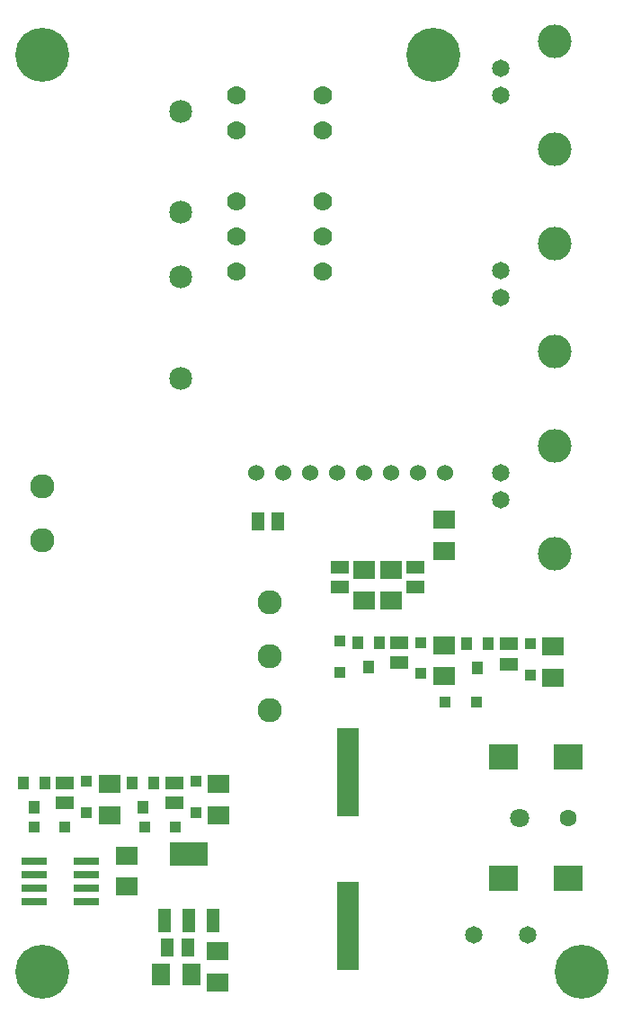
<source format=gbr>
G04 #@! TF.FileFunction,Soldermask,Top*
%FSLAX46Y46*%
G04 Gerber Fmt 4.6, Leading zero omitted, Abs format (unit mm)*
G04 Created by KiCad (PCBNEW (after 2015-mar-04 BZR unknown)-product) date 11/24/2015 7:31:04 AM*
%MOMM*%
G01*
G04 APERTURE LIST*
%ADD10C,0.152400*%
%ADD11C,5.080000*%
%ADD12C,2.159000*%
%ADD13R,1.143000X1.651000*%
%ADD14R,2.032000X1.651000*%
%ADD15R,2.032000X8.382000*%
%ADD16R,1.016000X1.016000*%
%ADD17C,2.286000*%
%ADD18C,3.175000*%
%ADD19C,1.651000*%
%ADD20C,1.803400*%
%ADD21R,2.794000X2.413000*%
%ADD22C,1.600200*%
%ADD23R,1.016000X1.270000*%
%ADD24C,1.778000*%
%ADD25R,1.651000X1.143000*%
%ADD26C,1.524000*%
%ADD27R,1.193800X2.209800*%
%ADD28R,3.606800X2.209800*%
%ADD29R,1.651000X2.032000*%
%ADD30R,2.387600X0.787400*%
G04 APERTURE END LIST*
D10*
D11*
X66040000Y-29210000D03*
X29210000Y-29210000D03*
X80010000Y-115570000D03*
D12*
X42291000Y-50165000D03*
X42291000Y-59690000D03*
D13*
X49530000Y-73152000D03*
X51435000Y-73152000D03*
D14*
X35560000Y-100838000D03*
X35560000Y-97917000D03*
X45847000Y-100838000D03*
X45847000Y-97917000D03*
X59563000Y-80645000D03*
X59563000Y-77724000D03*
X62103000Y-80645000D03*
X62103000Y-77724000D03*
D15*
X58039000Y-111252000D03*
X58039000Y-96774000D03*
D14*
X45720000Y-116586000D03*
X45720000Y-113665000D03*
X37211000Y-107569000D03*
X37211000Y-104648000D03*
D12*
X42291000Y-34544000D03*
X42291000Y-44069000D03*
D14*
X77343000Y-87884000D03*
X77343000Y-84963000D03*
X67056000Y-87757000D03*
X67056000Y-84836000D03*
D16*
X33401000Y-97663000D03*
X33401000Y-100584000D03*
X43688000Y-100584000D03*
X43688000Y-97663000D03*
X38862000Y-101981000D03*
X41783000Y-101981000D03*
X28448000Y-101981000D03*
X31369000Y-101981000D03*
X75184000Y-87630000D03*
X75184000Y-84709000D03*
X67183000Y-90170000D03*
X70104000Y-90170000D03*
X64897000Y-84582000D03*
X64897000Y-87503000D03*
X57277000Y-87376000D03*
X57277000Y-84455000D03*
D17*
X50673000Y-80772000D03*
X50673000Y-85852000D03*
X50673000Y-90932000D03*
D18*
X77470000Y-57150000D03*
D19*
X72390000Y-52070000D03*
X72390000Y-49530000D03*
D18*
X77470000Y-46990000D03*
D17*
X29210000Y-69850000D03*
D18*
X77470000Y-76200000D03*
D19*
X72390000Y-71120000D03*
X72390000Y-68580000D03*
D18*
X77470000Y-66040000D03*
X77470000Y-38100000D03*
D19*
X72390000Y-33020000D03*
X72390000Y-30480000D03*
D18*
X77470000Y-27940000D03*
D20*
X74244200Y-101092000D03*
D21*
X78740000Y-106807000D03*
X72644000Y-106807000D03*
X78740000Y-95377000D03*
X72644000Y-95377000D03*
D22*
X78740000Y-101092000D03*
D17*
X29210000Y-74930000D03*
D23*
X37719000Y-97790000D03*
X39751000Y-97790000D03*
X38735000Y-100076000D03*
X27432000Y-97790000D03*
X29464000Y-97790000D03*
X28448000Y-100076000D03*
X69215000Y-84709000D03*
X71247000Y-84709000D03*
X70231000Y-86995000D03*
X58928000Y-84582000D03*
X60960000Y-84582000D03*
X59944000Y-86868000D03*
D24*
X47498000Y-36322000D03*
X55626000Y-36322000D03*
X55626000Y-43053000D03*
X47498000Y-43053000D03*
D14*
X67056000Y-73025000D03*
X67056000Y-75946000D03*
D24*
X55626000Y-46355000D03*
X47498000Y-46355000D03*
D25*
X31369000Y-99695000D03*
X31369000Y-97790000D03*
X41656000Y-99695000D03*
X41656000Y-97790000D03*
X57277000Y-77470000D03*
X57277000Y-79375000D03*
X64389000Y-77470000D03*
X64389000Y-79375000D03*
D13*
X42926000Y-113284000D03*
X41021000Y-113284000D03*
D25*
X73152000Y-86614000D03*
X73152000Y-84709000D03*
X62865000Y-86487000D03*
X62865000Y-84582000D03*
D24*
X55626000Y-49657000D03*
X47498000Y-49657000D03*
X47498000Y-33020000D03*
X55626000Y-33020000D03*
D19*
X69850000Y-112141000D03*
X74930000Y-112141000D03*
D26*
X49403000Y-68580000D03*
X51943000Y-68580000D03*
X54483000Y-68580000D03*
X57023000Y-68580000D03*
X59563000Y-68580000D03*
X62103000Y-68580000D03*
X64643000Y-68580000D03*
X67183000Y-68580000D03*
D27*
X40767000Y-110744000D03*
X43053000Y-110744000D03*
X45339000Y-110744000D03*
D28*
X43053000Y-104521000D03*
D29*
X40386000Y-115824000D03*
X43307000Y-115824000D03*
D11*
X29210000Y-115570000D03*
D30*
X33401000Y-108966000D03*
X33401000Y-107696000D03*
X33401000Y-106426000D03*
X33401000Y-105156000D03*
X28448000Y-105156000D03*
X28448000Y-106426000D03*
X28448000Y-107696000D03*
X28448000Y-108966000D03*
M02*

</source>
